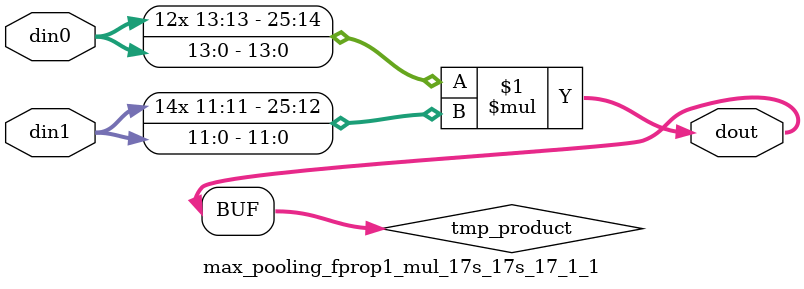
<source format=v>

`timescale 1 ns / 1 ps

 module max_pooling_fprop1_mul_17s_17s_17_1_1(din0, din1, dout);
parameter ID = 1;
parameter NUM_STAGE = 0;
parameter din0_WIDTH = 14;
parameter din1_WIDTH = 12;
parameter dout_WIDTH = 26;

input [din0_WIDTH - 1 : 0] din0; 
input [din1_WIDTH - 1 : 0] din1; 
output [dout_WIDTH - 1 : 0] dout;

wire signed [dout_WIDTH - 1 : 0] tmp_product;



























assign tmp_product = $signed(din0) * $signed(din1);








assign dout = tmp_product;





















endmodule

</source>
